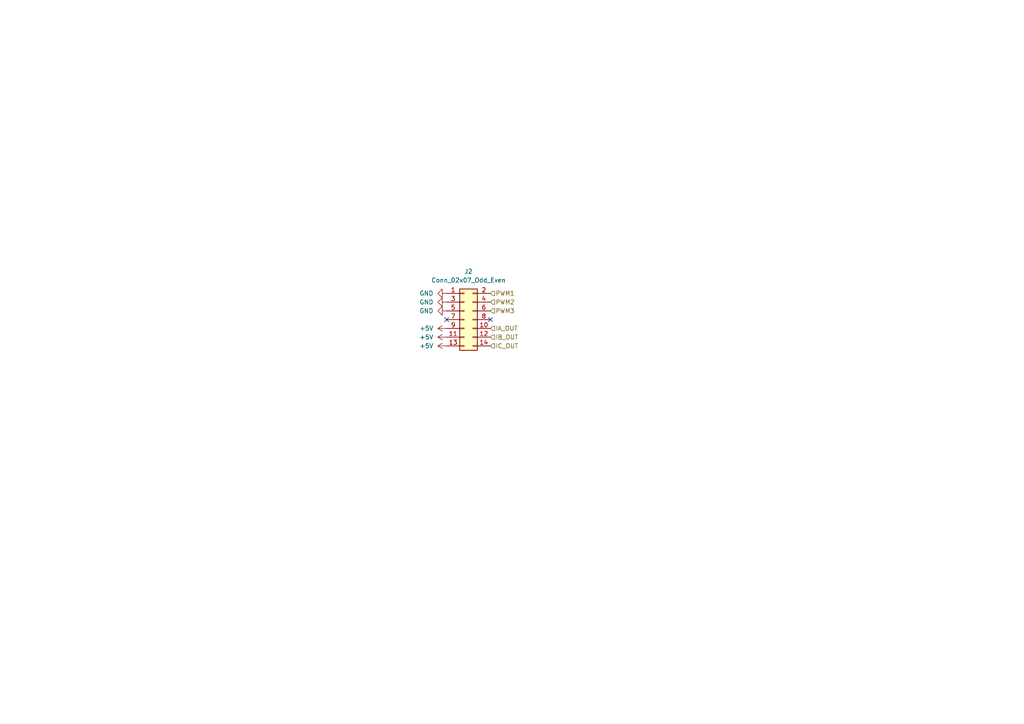
<source format=kicad_sch>
(kicad_sch (version 20230121) (generator eeschema)
  (paper "A4")
  (lib_symbols
    (symbol "Connector_Generic:Conn_02x07_Odd_Even" (pin_names (offset 1.016) hide)
      (property "Reference" "J" (at 1.27 10.16 0))
      (property "Value" "Conn_02x07_Odd_Even" (at 1.27 -10.16 0))
      (symbol "Conn_02x07_Odd_Even_1_1"
        (rectangle (start -1.27 -7.493) (end 0 -7.747) (stroke (width 0.1524)))
        (rectangle (start -1.27 -4.953) (end 0 -5.207) (stroke (width 0.1524)))
        (rectangle (start -1.27 -2.413) (end 0 -2.667) (stroke (width 0.1524)))
        (rectangle (start -1.27 0.127) (end 0 -0.127) (stroke (width 0.1524)))
        (rectangle (start -1.27 2.667) (end 0 2.413) (stroke (width 0.1524)))
        (rectangle (start -1.27 5.207) (end 0 4.953) (stroke (width 0.1524)))
        (rectangle (start -1.27 7.747) (end 0 7.493) (stroke (width 0.1524)))
        (rectangle (start -1.27 8.89) (end 3.81 -8.89) (stroke (width 0.254)) (fill (type background)))
        (rectangle (start 3.81 -7.493) (end 2.54 -7.747) (stroke (width 0.1524)))
        (rectangle (start 3.81 -4.953) (end 2.54 -5.207) (stroke (width 0.1524)))
        (rectangle (start 3.81 -2.413) (end 2.54 -2.667) (stroke (width 0.1524)))
        (rectangle (start 3.81 0.127) (end 2.54 -0.127) (stroke (width 0.1524)))
        (rectangle (start 3.81 2.667) (end 2.54 2.413) (stroke (width 0.1524)))
        (rectangle (start 3.81 5.207) (end 2.54 4.953) (stroke (width 0.1524)))
        (rectangle (start 3.81 7.747) (end 2.54 7.493) (stroke (width 0.1524)))
        (pin passive line (at -5.08 7.62 0) (length 3.81) (name "Pin_1") (number "1"))
        (pin passive line (at 7.62 -2.54 180) (length 3.81) (name "Pin_10") (number "10"))
        (pin passive line (at -5.08 -5.08 0) (length 3.81) (name "Pin_11") (number "11"))
        (pin passive line (at 7.62 -5.08 180) (length 3.81) (name "Pin_12") (number "12"))
        (pin passive line (at -5.08 -7.62 0) (length 3.81) (name "Pin_13") (number "13"))
        (pin passive line (at 7.62 -7.62 180) (length 3.81) (name "Pin_14") (number "14"))
        (pin passive line (at 7.62 7.62 180) (length 3.81) (name "Pin_2") (number "2"))
        (pin passive line (at -5.08 5.08 0) (length 3.81) (name "Pin_3") (number "3"))
        (pin passive line (at 7.62 5.08 180) (length 3.81) (name "Pin_4") (number "4"))
        (pin passive line (at -5.08 2.54 0) (length 3.81) (name "Pin_5") (number "5"))
        (pin passive line (at 7.62 2.54 180) (length 3.81) (name "Pin_6") (number "6"))
        (pin passive line (at -5.08 0 0) (length 3.81) (name "Pin_7") (number "7"))
        (pin passive line (at 7.62 0 180) (length 3.81) (name "Pin_8") (number "8"))
        (pin passive line (at -5.08 -2.54 0) (length 3.81) (name "Pin_9") (number "9"))
      )
    )
    (symbol "power:+5V" (power) (pin_names (offset 0))
      (property "Value" "+5V" (at 0 3.556 0))
      (symbol "+5V_0_1"
        (polyline (pts (xy -0.762 1.27) (xy 0 2.54)))
        (polyline (pts (xy 0 0) (xy 0 2.54)))
        (polyline (pts (xy 0 2.54) (xy 0.762 1.27)))
      )
      (symbol "+5V_1_1"
        (pin power_in line (at 0 0 90) (length 0) hide (name "+5V") (number "1"))
      )
    )
    (symbol "power:GND" (power) (pin_names (offset 0))
      (property "Value" "GND" (at 0 -3.81 0))
      (symbol "GND_0_1"
        (polyline (pts (xy 0 0) (xy 0 -1.27) (xy 1.27 -1.27) (xy 0 -2.54) (xy -1.27 -1.27) (xy 0 -1.27)))
      )
      (symbol "GND_1_1"
        (pin power_in line (at 0 0 270) (length 0) hide (name "GND") (number "1"))
      )
    )
  )
  (no_connect (at 142.24 92.71))
  (no_connect (at 129.54 92.71))
  (hierarchical_label "IA_OUT" (shape input) (at 142.24 95.25 0))
  (hierarchical_label "PWM2" (shape input) (at 142.24 87.63 0))
  (hierarchical_label "IB_OUT" (shape input) (at 142.24 97.79 0))
  (hierarchical_label "IC_OUT" (shape input) (at 142.24 100.33 0))
  (hierarchical_label "PWM3" (shape input) (at 142.24 90.17 0))
  (hierarchical_label "PWM1" (shape input) (at 142.24 85.09 0))
  (symbol (lib_id "power:GND") (at 129.54 85.09 270) (unit 1)
    (property "Reference" "#PWR047" (effects hide))
    (property "Value" "GND" (at 125.73 85.09 90) (effects (justify right)))
  )
  (symbol (lib_id "power:GND") (at 129.54 87.63 270) (unit 1)
    (property "Reference" "#PWR046" (effects hide))
    (property "Value" "GND" (at 125.73 87.63 90) (effects (justify right)))
  )
  (symbol (lib_id "power:GND") (at 129.54 90.17 270) (unit 1)
    (property "Reference" "#PWR045" (effects hide))
    (property "Value" "GND" (at 125.73 90.17 90) (effects (justify right)))
  )
  (symbol (lib_id "power:+5V") (at 129.54 95.25 90) (unit 1)
    (property "Reference" "#PWR042" (effects hide))
    (property "Value" "+5V" (at 125.73 95.25 90) (effects (justify left)))
  )
  (symbol (lib_id "Connector_Generic:Conn_02x07_Odd_Even") (at 134.62 92.71 0) (unit 1)
    (property "Reference" "J2" (at 135.89 78.74 0))
    (property "Value" "Conn_02x07_Odd_Even" (at 135.89 81.28 0))
    (property "Footprint" "Connector_PinHeader_2.54mm:PinHeader_2x07_P2.54mm_Vertical" (effects hide))
  )
  (symbol (lib_id "power:+5V") (at 129.54 100.33 90) (unit 1)
    (property "Reference" "#PWR044" (effects hide))
    (property "Value" "+5V" (at 125.73 100.33 90) (effects (justify left)))
  )
  (symbol (lib_id "power:+5V") (at 129.54 97.79 90) (unit 1)
    (property "Reference" "#PWR043" (effects hide))
    (property "Value" "+5V" (at 125.73 97.79 90) (effects (justify left)))
  )
)
</source>
